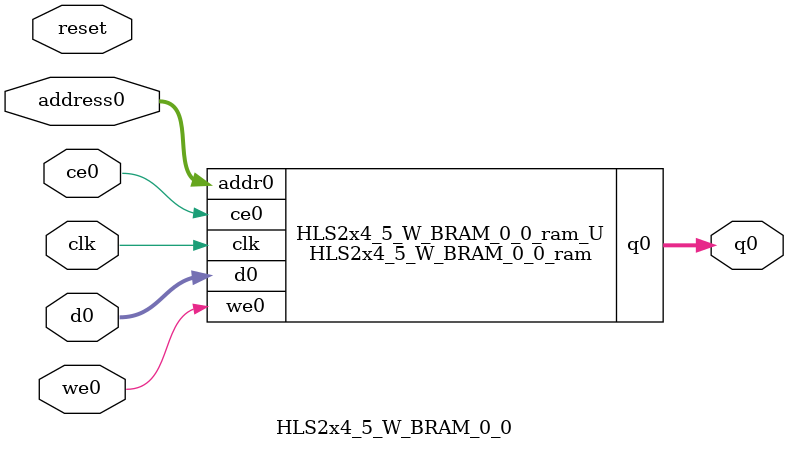
<source format=v>

`timescale 1 ns / 1 ps
module HLS2x4_5_W_BRAM_0_0_ram (addr0, ce0, d0, we0, q0,  clk);

parameter DWIDTH = 16;
parameter AWIDTH = 4;
parameter MEM_SIZE = 9;

input[AWIDTH-1:0] addr0;
input ce0;
input[DWIDTH-1:0] d0;
input we0;
output reg[DWIDTH-1:0] q0;
input clk;

(* ram_style = "distributed" *)reg [DWIDTH-1:0] ram[0:MEM_SIZE-1];




always @(posedge clk)  
begin 
    if (ce0) 
    begin
        if (we0) 
        begin 
            ram[addr0] <= d0; 
            q0 <= d0;
        end 
        else 
            q0 <= ram[addr0];
    end
end


endmodule


`timescale 1 ns / 1 ps
module HLS2x4_5_W_BRAM_0_0(
    reset,
    clk,
    address0,
    ce0,
    we0,
    d0,
    q0);

parameter DataWidth = 32'd16;
parameter AddressRange = 32'd9;
parameter AddressWidth = 32'd4;
input reset;
input clk;
input[AddressWidth - 1:0] address0;
input ce0;
input we0;
input[DataWidth - 1:0] d0;
output[DataWidth - 1:0] q0;



HLS2x4_5_W_BRAM_0_0_ram HLS2x4_5_W_BRAM_0_0_ram_U(
    .clk( clk ),
    .addr0( address0 ),
    .ce0( ce0 ),
    .d0( d0 ),
    .we0( we0 ),
    .q0( q0 ));

endmodule


</source>
